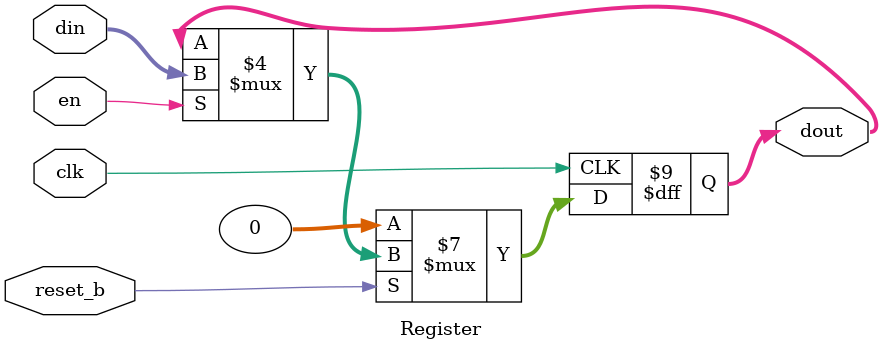
<source format=v>
`timescale 1ns / 1ps


module Register
#(
	parameter WIDTH=32
)
(
	input[WIDTH-1:0] din,
	output reg[WIDTH-1:0] dout,
	input clk,
	input en,
	input reset_b
    );


	always @(posedge clk)
	begin
		if(reset_b==0)
			dout<=0;
		else
			if(en==1)
			begin
				dout<=din;
			end
	end

endmodule

</source>
